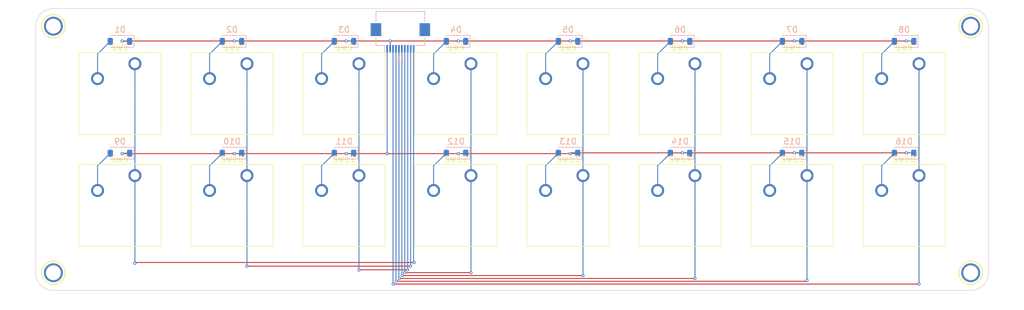
<source format=kicad_pcb>
(kicad_pcb (version 20221018) (generator pcbnew)
  (layers (0 "F.Cu" signal) (31 "B.Cu" signal) (34 "B.Paste" user) (35 "F.Paste" user) (36 "B.SilkS" user "B.Silkscreen") (37 "F.SilkS" user "F.Silkscreen") (38 "B.Mask" user) (39 "F.Mask" user) (44 "Edge.Cuts" user))
  (net 0 "")
  (net 1 "/ROW_1")
  (net 2 "Net-(D1-A)")
  (net 3 "Net-(D2-A)")
  (net 4 "Net-(D3-A)")
  (net 5 "Net-(D4-A)")
  (net 6 "Net-(D5-A)")
  (net 7 "Net-(D6-A)")
  (net 8 "Net-(D7-A)")
  (net 9 "Net-(D8-A)")
  (net 10 "/ROW_2")
  (net 11 "Net-(D9-A)")
  (net 12 "Net-(D10-A)")
  (net 13 "Net-(D11-A)")
  (net 14 "Net-(D12-A)")
  (net 15 "Net-(D13-A)")
  (net 16 "Net-(D14-A)")
  (net 17 "Net-(D15-A)")
  (net 18 "Net-(D16-A)")
  (net 19 "/COL_8")
  (net 20 "/COL_9")
  (net 21 "/COL_10")
  (net 22 "/COL_11")
  (net 23 "/COL_12")
  (net 24 "/COL_13")
  (net 25 "/COL_14")
  (net 26 "/COL15")
  (footprint "Button_Switch_Keyboard:SW_Cherry_MX_1.00u_PCB" (layer "F.Cu") (at 139.7 73.66)
    (fp_text reference "SW13" (at -2.54 -2.794) (layer "F.SilkS"))
    (fp_text value "~")
    (fp_line (start -9.525 -1.905) (end 4.445 -1.905) (stroke (width 0.12)) (layer "F.SilkS"))
    (fp_line (start -9.525 12.065) (end -9.525 -1.905) (stroke (width 0.12)) (layer "F.SilkS"))
    (fp_line (start 4.445 -1.905) (end 4.445 12.065) (stroke (width 0.12)) (layer "F.SilkS"))
    (fp_line (start 4.445 12.065) (end -9.525 12.065) (stroke (width 0.12)) (layer "F.SilkS"))
    (pad "" np_thru_hole circle (at -7.62 5.08) (size 1.7 1.7) (drill 1.7) (layers "*.Cu" "*.Mask"))
    (pad "" np_thru_hole circle (at -2.54 5.08) (size 4 4) (drill 4) (layers "*.Cu" "*.Mask"))
    (pad "" np_thru_hole circle (at 2.54 5.08) (size 1.7 1.7) (drill 1.7) (layers "*.Cu" "*.Mask"))
    (pad "1" thru_hole circle (at 0 0) (size 2.2 2.2) (drill 1.5) (layers "*.Cu" "*.Mask") (net 23 "/COL_12"))
    (pad "2" thru_hole circle (at -6.35 2.54) (size 2.2 2.2) (drill 1.5) (layers "*.Cu" "*.Mask") (net 15 "Net-(D13-A)"))
  )
  (footprint "MPP_MountingHole:MountingHole_M2.5" (layer "F.Cu") (at 205.635 48.215)
    (fp_text reference "H2" hide)
    (fp_text value "MountingHole_Pad_M2.5")
    (fp_circle (center 0 0) (end 2 0) (stroke (width 0.2032)) (fill none) (layer "F.SilkS"))
    (pad "MP" thru_hole circle (at 0 0) (size 3.2 3.2) (drill 2.54) (layers "*.Cu" "*.Mask"))
  )
  (footprint "Button_Switch_Keyboard:SW_Cherry_MX_1.00u_PCB" (layer "F.Cu") (at 120.65 73.66)
    (fp_text reference "SW12" (at -2.54 -2.794) (layer "F.SilkS"))
    (fp_text value "~")
    (fp_line (start -9.525 -1.905) (end 4.445 -1.905) (stroke (width 0.12)) (layer "F.SilkS"))
    (fp_line (start -9.525 12.065) (end -9.525 -1.905) (stroke (width 0.12)) (layer "F.SilkS"))
    (fp_line (start 4.445 -1.905) (end 4.445 12.065) (stroke (width 0.12)) (layer "F.SilkS"))
    (fp_line (start 4.445 12.065) (end -9.525 12.065) (stroke (width 0.12)) (layer "F.SilkS"))
    (pad "" np_thru_hole circle (at -7.62 5.08) (size 1.7 1.7) (drill 1.7) (layers "*.Cu" "*.Mask"))
    (pad "" np_thru_hole circle (at -2.54 5.08) (size 4 4) (drill 4) (layers "*.Cu" "*.Mask"))
    (pad "" np_thru_hole circle (at 2.54 5.08) (size 1.7 1.7) (drill 1.7) (layers "*.Cu" "*.Mask"))
    (pad "1" thru_hole circle (at 0 0) (size 2.2 2.2) (drill 1.5) (layers "*.Cu" "*.Mask") (net 22 "/COL_11"))
    (pad "2" thru_hole circle (at -6.35 2.54) (size 2.2 2.2) (drill 1.5) (layers "*.Cu" "*.Mask") (net 14 "Net-(D12-A)"))
  )
  (footprint "Button_Switch_Keyboard:SW_Cherry_MX_1.00u_PCB" (layer "F.Cu") (at 177.8 73.66)
    (fp_text reference "SW15" (at -2.54 -2.794) (layer "F.SilkS"))
    (fp_text value "~")
    (fp_line (start -9.525 -1.905) (end 4.445 -1.905) (stroke (width 0.12)) (layer "F.SilkS"))
    (fp_line (start -9.525 12.065) (end -9.525 -1.905) (stroke (width 0.12)) (layer "F.SilkS"))
    (fp_line (start 4.445 -1.905) (end 4.445 12.065) (stroke (width 0.12)) (layer "F.SilkS"))
    (fp_line (start 4.445 12.065) (end -9.525 12.065) (stroke (width 0.12)) (layer "F.SilkS"))
    (pad "" np_thru_hole circle (at -7.62 5.08) (size 1.7 1.7) (drill 1.7) (layers "*.Cu" "*.Mask"))
    (pad "" np_thru_hole circle (at -2.54 5.08) (size 4 4) (drill 4) (layers "*.Cu" "*.Mask"))
    (pad "" np_thru_hole circle (at 2.54 5.08) (size 1.7 1.7) (drill 1.7) (layers "*.Cu" "*.Mask"))
    (pad "1" thru_hole circle (at 0 0) (size 2.2 2.2) (drill 1.5) (layers "*.Cu" "*.Mask") (net 25 "/COL_14"))
    (pad "2" thru_hole circle (at -6.35 2.54) (size 2.2 2.2) (drill 1.5) (layers "*.Cu" "*.Mask") (net 17 "Net-(D15-A)"))
  )
  (footprint "Button_Switch_Keyboard:SW_Cherry_MX_1.00u_PCB" (layer "F.Cu") (at 82.55 54.61)
    (fp_text reference "SW2" (at -2.54 -2.794) (layer "F.SilkS"))
    (fp_text value "~")
    (fp_line (start -9.525 -1.905) (end 4.445 -1.905) (stroke (width 0.12)) (layer "F.SilkS"))
    (fp_line (start -9.525 12.065) (end -9.525 -1.905) (stroke (width 0.12)) (layer "F.SilkS"))
    (fp_line (start 4.445 -1.905) (end 4.445 12.065) (stroke (width 0.12)) (layer "F.SilkS"))
    (fp_line (start 4.445 12.065) (end -9.525 12.065) (stroke (width 0.12)) (layer "F.SilkS"))
    (pad "" np_thru_hole circle (at -7.62 5.08) (size 1.7 1.7) (drill 1.7) (layers "*.Cu" "*.Mask"))
    (pad "" np_thru_hole circle (at -2.54 5.08) (size 4 4) (drill 4) (layers "*.Cu" "*.Mask"))
    (pad "" np_thru_hole circle (at 2.54 5.08) (size 1.7 1.7) (drill 1.7) (layers "*.Cu" "*.Mask"))
    (pad "1" thru_hole circle (at 0 0) (size 2.2 2.2) (drill 1.5) (layers "*.Cu" "*.Mask") (net 20 "/COL_9"))
    (pad "2" thru_hole circle (at -6.35 2.54) (size 2.2 2.2) (drill 1.5) (layers "*.Cu" "*.Mask") (net 3 "Net-(D2-A)"))
  )
  (footprint "MPP_MountingHole:MountingHole_M2.5" (layer "F.Cu") (at 49.635 90.215)
    (fp_text reference "H3" hide)
    (fp_text value "MountingHole_Pad_M2.5")
    (fp_circle (center 0 0) (end 2 0) (stroke (width 0.2032)) (fill none) (layer "F.SilkS"))
    (pad "MP" thru_hole circle (at 0 0) (size 3.2 3.2) (drill 2.54) (layers "*.Cu" "*.Mask"))
  )
  (footprint "Button_Switch_Keyboard:SW_Cherry_MX_1.00u_PCB" (layer "F.Cu") (at 139.7 54.61)
    (fp_text reference "SW5" (at -2.54 -2.794) (layer "F.SilkS"))
    (fp_text value "~")
    (fp_line (start -9.525 -1.905) (end 4.445 -1.905) (stroke (width 0.12)) (layer "F.SilkS"))
    (fp_line (start -9.525 12.065) (end -9.525 -1.905) (stroke (width 0.12)) (layer "F.SilkS"))
    (fp_line (start 4.445 -1.905) (end 4.445 12.065) (stroke (width 0.12)) (layer "F.SilkS"))
    (fp_line (start 4.445 12.065) (end -9.525 12.065) (stroke (width 0.12)) (layer "F.SilkS"))
    (pad "" np_thru_hole circle (at -7.62 5.08) (size 1.7 1.7) (drill 1.7) (layers "*.Cu" "*.Mask"))
    (pad "" np_thru_hole circle (at -2.54 5.08) (size 4 4) (drill 4) (layers "*.Cu" "*.Mask"))
    (pad "" np_thru_hole circle (at 2.54 5.08) (size 1.7 1.7) (drill 1.7) (layers "*.Cu" "*.Mask"))
    (pad "1" thru_hole circle (at 0 0) (size 2.2 2.2) (drill 1.5) (layers "*.Cu" "*.Mask") (net 23 "/COL_12"))
    (pad "2" thru_hole circle (at -6.35 2.54) (size 2.2 2.2) (drill 1.5) (layers "*.Cu" "*.Mask") (net 6 "Net-(D5-A)"))
  )
  (footprint "Button_Switch_Keyboard:SW_Cherry_MX_1.00u_PCB" (layer "F.Cu") (at 63.5 54.61)
    (fp_text reference "SW1" (at -2.54 -2.794) (layer "F.SilkS"))
    (fp_text value "~")
    (fp_line (start -9.525 -1.905) (end 4.445 -1.905) (stroke (width 0.12)) (layer "F.SilkS"))
    (fp_line (start -9.525 12.065) (end -9.525 -1.905) (stroke (width 0.12)) (layer "F.SilkS"))
    (fp_line (start 4.445 -1.905) (end 4.445 12.065) (stroke (width 0.12)) (layer "F.SilkS"))
    (fp_line (start 4.445 12.065) (end -9.525 12.065) (stroke (width 0.12)) (layer "F.SilkS"))
    (pad "" np_thru_hole circle (at -7.62 5.08) (size 1.7 1.7) (drill 1.7) (layers "*.Cu" "*.Mask"))
    (pad "" np_thru_hole circle (at -2.54 5.08) (size 4 4) (drill 4) (layers "*.Cu" "*.Mask"))
    (pad "" np_thru_hole circle (at 2.54 5.08) (size 1.7 1.7) (drill 1.7) (layers "*.Cu" "*.Mask"))
    (pad "1" thru_hole circle (at 0 0) (size 2.2 2.2) (drill 1.5) (layers "*.Cu" "*.Mask") (net 19 "/COL_8"))
    (pad "2" thru_hole circle (at -6.35 2.54) (size 2.2 2.2) (drill 1.5) (layers "*.Cu" "*.Mask") (net 2 "Net-(D1-A)"))
  )
  (footprint "Button_Switch_Keyboard:SW_Cherry_MX_1.00u_PCB" (layer "F.Cu") (at 177.8 54.61)
    (fp_text reference "SW7" (at -2.54 -2.794) (layer "F.SilkS"))
    (fp_text value "~")
    (fp_line (start -9.525 -1.905) (end 4.445 -1.905) (stroke (width 0.12)) (layer "F.SilkS"))
    (fp_line (start -9.525 12.065) (end -9.525 -1.905) (stroke (width 0.12)) (layer "F.SilkS"))
    (fp_line (start 4.445 -1.905) (end 4.445 12.065) (stroke (width 0.12)) (layer "F.SilkS"))
    (fp_line (start 4.445 12.065) (end -9.525 12.065) (stroke (width 0.12)) (layer "F.SilkS"))
    (pad "" np_thru_hole circle (at -7.62 5.08) (size 1.7 1.7) (drill 1.7) (layers "*.Cu" "*.Mask"))
    (pad "" np_thru_hole circle (at -2.54 5.08) (size 4 4) (drill 4) (layers "*.Cu" "*.Mask"))
    (pad "" np_thru_hole circle (at 2.54 5.08) (size 1.7 1.7) (drill 1.7) (layers "*.Cu" "*.Mask"))
    (pad "1" thru_hole circle (at 0 0) (size 2.2 2.2) (drill 1.5) (layers "*.Cu" "*.Mask") (net 25 "/COL_14"))
    (pad "2" thru_hole circle (at -6.35 2.54) (size 2.2 2.2) (drill 1.5) (layers "*.Cu" "*.Mask") (net 8 "Net-(D7-A)"))
  )
  (footprint "Button_Switch_Keyboard:SW_Cherry_MX_1.00u_PCB" (layer "F.Cu") (at 158.75 73.66)
    (fp_text reference "SW14" (at -2.54 -2.794) (layer "F.SilkS"))
    (fp_text value "~")
    (fp_line (start -9.525 -1.905) (end 4.445 -1.905) (stroke (width 0.12)) (layer "F.SilkS"))
    (fp_line (start -9.525 12.065) (end -9.525 -1.905) (stroke (width 0.12)) (layer "F.SilkS"))
    (fp_line (start 4.445 -1.905) (end 4.445 12.065) (stroke (width 0.12)) (layer "F.SilkS"))
    (fp_line (start 4.445 12.065) (end -9.525 12.065) (stroke (width 0.12)) (layer "F.SilkS"))
    (pad "" np_thru_hole circle (at -7.62 5.08) (size 1.7 1.7) (drill 1.7) (layers "*.Cu" "*.Mask"))
    (pad "" np_thru_hole circle (at -2.54 5.08) (size 4 4) (drill 4) (layers "*.Cu" "*.Mask"))
    (pad "" np_thru_hole circle (at 2.54 5.08) (size 1.7 1.7) (drill 1.7) (layers "*.Cu" "*.Mask"))
    (pad "1" thru_hole circle (at 0 0) (size 2.2 2.2) (drill 1.5) (layers "*.Cu" "*.Mask") (net 24 "/COL_13"))
    (pad "2" thru_hole circle (at -6.35 2.54) (size 2.2 2.2) (drill 1.5) (layers "*.Cu" "*.Mask") (net 16 "Net-(D14-A)"))
  )
  (footprint "Button_Switch_Keyboard:SW_Cherry_MX_1.00u_PCB" (layer "F.Cu") (at 101.6 54.61)
    (fp_text reference "SW3" (at -2.54 -2.794) (layer "F.SilkS"))
    (fp_text value "~")
    (fp_line (start -9.525 -1.905) (end 4.445 -1.905) (stroke (width 0.12)) (layer "F.SilkS"))
    (fp_line (start -9.525 12.065) (end -9.525 -1.905) (stroke (width 0.12)) (layer "F.SilkS"))
    (fp_line (start 4.445 -1.905) (end 4.445 12.065) (stroke (width 0.12)) (layer "F.SilkS"))
    (fp_line (start 4.445 12.065) (end -9.525 12.065) (stroke (width 0.12)) (layer "F.SilkS"))
    (pad "" np_thru_hole circle (at -7.62 5.08) (size 1.7 1.7) (drill 1.7) (layers "*.Cu" "*.Mask"))
    (pad "" np_thru_hole circle (at -2.54 5.08) (size 4 4) (drill 4) (layers "*.Cu" "*.Mask"))
    (pad "" np_thru_hole circle (at 2.54 5.08) (size 1.7 1.7) (drill 1.7) (layers "*.Cu" "*.Mask"))
    (pad "1" thru_hole circle (at 0 0) (size 2.2 2.2) (drill 1.5) (layers "*.Cu" "*.Mask") (net 21 "/COL_10"))
    (pad "2" thru_hole circle (at -6.35 2.54) (size 2.2 2.2) (drill 1.5) (layers "*.Cu" "*.Mask") (net 4 "Net-(D3-A)"))
  )
  (footprint "Button_Switch_Keyboard:SW_Cherry_MX_1.00u_PCB" (layer "F.Cu") (at 82.55 73.66)
    (fp_text reference "SW10" (at -2.54 -2.794) (layer "F.SilkS"))
    (fp_text value "~")
    (fp_line (start -9.525 -1.905) (end 4.445 -1.905) (stroke (width 0.12)) (layer "F.SilkS"))
    (fp_line (start -9.525 12.065) (end -9.525 -1.905) (stroke (width 0.12)) (layer "F.SilkS"))
    (fp_line (start 4.445 -1.905) (end 4.445 12.065) (stroke (width 0.12)) (layer "F.SilkS"))
    (fp_line (start 4.445 12.065) (end -9.525 12.065) (stroke (width 0.12)) (layer "F.SilkS"))
    (pad "" np_thru_hole circle (at -7.62 5.08) (size 1.7 1.7) (drill 1.7) (layers "*.Cu" "*.Mask"))
    (pad "" np_thru_hole circle (at -2.54 5.08) (size 4 4) (drill 4) (layers "*.Cu" "*.Mask"))
    (pad "" np_thru_hole circle (at 2.54 5.08) (size 1.7 1.7) (drill 1.7) (layers "*.Cu" "*.Mask"))
    (pad "1" thru_hole circle (at 0 0) (size 2.2 2.2) (drill 1.5) (layers "*.Cu" "*.Mask") (net 20 "/COL_9"))
    (pad "2" thru_hole circle (at -6.35 2.54) (size 2.2 2.2) (drill 1.5) (layers "*.Cu" "*.Mask") (net 12 "Net-(D10-A)"))
  )
  (footprint "Button_Switch_Keyboard:SW_Cherry_MX_1.00u_PCB" (layer "F.Cu") (at 63.5 73.66)
    (fp_text reference "SW9" (at -2.54 -2.794) (layer "F.SilkS"))
    (fp_text value "~")
    (fp_line (start -9.525 -1.905) (end 4.445 -1.905) (stroke (width 0.12)) (layer "F.SilkS"))
    (fp_line (start -9.525 12.065) (end -9.525 -1.905) (stroke (width 0.12)) (layer "F.SilkS"))
    (fp_line (start 4.445 -1.905) (end 4.445 12.065) (stroke (width 0.12)) (layer "F.SilkS"))
    (fp_line (start 4.445 12.065) (end -9.525 12.065) (stroke (width 0.12)) (layer "F.SilkS"))
    (pad "" np_thru_hole circle (at -7.62 5.08) (size 1.7 1.7) (drill 1.7) (layers "*.Cu" "*.Mask"))
    (pad "" np_thru_hole circle (at -2.54 5.08) (size 4 4) (drill 4) (layers "*.Cu" "*.Mask"))
    (pad "" np_thru_hole circle (at 2.54 5.08) (size 1.7 1.7) (drill 1.7) (layers "*.Cu" "*.Mask"))
    (pad "1" thru_hole circle (at 0 0) (size 2.2 2.2) (drill 1.5) (layers "*.Cu" "*.Mask") (net 19 "/COL_8"))
    (pad "2" thru_hole circle (at -6.35 2.54) (size 2.2 2.2) (drill 1.5) (layers "*.Cu" "*.Mask") (net 11 "Net-(D9-A)"))
  )
  (footprint "Button_Switch_Keyboard:SW_Cherry_MX_1.00u_PCB" (layer "F.Cu") (at 196.85 54.61)
    (fp_text reference "SW8" (at -2.54 -2.794) (layer "F.SilkS"))
    (fp_text value "~")
    (fp_line (start -9.525 -1.905) (end 4.445 -1.905) (stroke (width 0.12)) (layer "F.SilkS"))
    (fp_line (start -9.525 12.065) (end -9.525 -1.905) (stroke (width 0.12)) (layer "F.SilkS"))
    (fp_line (start 4.445 -1.905) (end 4.445 12.065) (stroke (width 0.12)) (layer "F.SilkS"))
    (fp_line (start 4.445 12.065) (end -9.525 12.065) (stroke (width 0.12)) (layer "F.SilkS"))
    (pad "" np_thru_hole circle (at -7.62 5.08) (size 1.7 1.7) (drill 1.7) (layers "*.Cu" "*.Mask"))
    (pad "" np_thru_hole circle (at -2.54 5.08) (size 4 4) (drill 4) (layers "*.Cu" "*.Mask"))
    (pad "" np_thru_hole circle (at 2.54 5.08) (size 1.7 1.7) (drill 1.7) (layers "*.Cu" "*.Mask"))
    (pad "1" thru_hole circle (at 0 0) (size 2.2 2.2) (drill 1.5) (layers "*.Cu" "*.Mask") (net 26 "/COL15"))
    (pad "2" thru_hole circle (at -6.35 2.54) (size 2.2 2.2) (drill 1.5) (layers "*.Cu" "*.Mask") (net 9 "Net-(D8-A)"))
  )
  (footprint "MPP_MountingHole:MountingHole_M2.5" (layer "F.Cu") (at 49.635 48.215)
    (fp_text reference "H1" hide)
    (fp_text value "MountingHole_Pad_M2.5")
    (fp_circle (center 0 0) (end 2 0) (stroke (width 0.2032)) (fill none) (layer "F.SilkS"))
    (pad "MP" thru_hole circle (at 0 0) (size 3.2 3.2) (drill 2.54) (layers "*.Cu" "*.Mask"))
  )
  (footprint "Button_Switch_Keyboard:SW_Cherry_MX_1.00u_PCB" (layer "F.Cu") (at 196.85 73.66)
    (fp_text reference "SW16" (at -2.54 -2.794) (layer "F.SilkS"))
    (fp_text value "~")
    (fp_line (start -9.525 -1.905) (end 4.445 -1.905) (stroke (width 0.12)) (layer "F.SilkS"))
    (fp_line (start -9.525 12.065) (end -9.525 -1.905) (stroke (width 0.12)) (layer "F.SilkS"))
    (fp_line (start 4.445 -1.905) (end 4.445 12.065) (stroke (width 0.12)) (layer "F.SilkS"))
    (fp_line (start 4.445 12.065) (end -9.525 12.065) (stroke (width 0.12)) (layer "F.SilkS"))
    (pad "" np_thru_hole circle (at -7.62 5.08) (size 1.7 1.7) (drill 1.7) (layers "*.Cu" "*.Mask"))
    (pad "" np_thru_hole circle (at -2.54 5.08) (size 4 4) (drill 4) (layers "*.Cu" "*.Mask"))
    (pad "" np_thru_hole circle (at 2.54 5.08) (size 1.7 1.7) (drill 1.7) (layers "*.Cu" "*.Mask"))
    (pad "1" thru_hole circle (at 0 0) (size 2.2 2.2) (drill 1.5) (layers "*.Cu" "*.Mask") (net 26 "/COL15"))
    (pad "2" thru_hole circle (at -6.35 2.54) (size 2.2 2.2) (drill 1.5) (layers "*.Cu" "*.Mask") (net 18 "Net-(D16-A)"))
  )
  (footprint "Button_Switch_Keyboard:SW_Cherry_MX_1.00u_PCB" (layer "F.Cu") (at 101.6 73.66)
    (fp_text reference "SW11" (at -2.54 -2.794) (layer "F.SilkS"))
    (fp_text value "~")
    (fp_line (start -9.525 -1.905) (end 4.445 -1.905) (stroke (width 0.12)) (layer "F.SilkS"))
    (fp_line (start -9.525 12.065) (end -9.525 -1.905) (stroke (width 0.12)) (layer "F.SilkS"))
    (fp_line (start 4.445 -1.905) (end 4.445 12.065) (stroke (width 0.12)) (layer "F.SilkS"))
    (fp_line (start 4.445 12.065) (end -9.525 12.065) (stroke (width 0.12)) (layer "F.SilkS"))
    (pad "" np_thru_hole circle (at -7.62 5.08) (size 1.7 1.7) (drill 1.7) (layers "*.Cu" "*.Mask"))
    (pad "" np_thru_hole circle (at -2.54 5.08) (size 4 4) (drill 4) (layers "*.Cu" "*.Mask"))
    (pad "" np_thru_hole circle (at 2.54 5.08) (size 1.7 1.7) (drill 1.7) (layers "*.Cu" "*.Mask"))
    (pad "1" thru_hole circle (at 0 0) (size 2.2 2.2) (drill 1.5) (layers "*.Cu" "*.Mask") (net 21 "/COL_10"))
    (pad "2" thru_hole circle (at -6.35 2.54) (size 2.2 2.2) (drill 1.5) (layers "*.Cu" "*.Mask") (net 13 "Net-(D11-A)"))
  )
  (footprint "Button_Switch_Keyboard:SW_Cherry_MX_1.00u_PCB" (layer "F.Cu") (at 158.75 54.61)
    (fp_text reference "SW6" (at -2.54 -2.794) (layer "F.SilkS"))
    (fp_text value "~")
    (fp_line (start -9.525 -1.905) (end 4.445 -1.905) (stroke (width 0.12)) (layer "F.SilkS"))
    (fp_line (start -9.525 12.065) (end -9.525 -1.905) (stroke (width 0.12)) (layer "F.SilkS"))
    (fp_line (start 4.445 -1.905) (end 4.445 12.065) (stroke (width 0.12)) (layer "F.SilkS"))
    (fp_line (start 4.445 12.065) (end -9.525 12.065) (stroke (width 0.12)) (layer "F.SilkS"))
    (pad "" np_thru_hole circle (at -7.62 5.08) (size 1.7 1.7) (drill 1.7) (layers "*.Cu" "*.Mask"))
    (pad "" np_thru_hole circle (at -2.54 5.08) (size 4 4) (drill 4) (layers "*.Cu" "*.Mask"))
    (pad "" np_thru_hole circle (at 2.54 5.08) (size 1.7 1.7) (drill 1.7) (layers "*.Cu" "*.Mask"))
    (pad "1" thru_hole circle (at 0 0) (size 2.2 2.2) (drill 1.5) (layers "*.Cu" "*.Mask") (net 24 "/COL_13"))
    (pad "2" thru_hole circle (at -6.35 2.54) (size 2.2 2.2) (drill 1.5) (layers "*.Cu" "*.Mask") (net 7 "Net-(D6-A)"))
  )
  (footprint "MPP_MountingHole:MountingHole_M2.5" (layer "F.Cu") (at 205.635 90.215)
    (fp_text reference "H4" hide)
    (fp_text value "MountingHole_Pad_M2.5")
    (fp_circle (center 0 0) (end 2 0) (stroke (width 0.2032)) (fill none) (layer "F.SilkS"))
    (pad "MP" thru_hole circle (at 0 0) (size 3.2 3.2) (drill 2.54) (layers "*.Cu" "*.Mask"))
  )
  (footprint "Button_Switch_Keyboard:SW_Cherry_MX_1.00u_PCB" (layer "F.Cu") (at 120.65 54.61)
    (fp_text reference "SW4" (at -2.54 -2.794) (layer "F.SilkS"))
    (fp_text value "~")
    (fp_line (start -9.525 -1.905) (end 4.445 -1.905) (stroke (width 0.12)) (layer "F.SilkS"))
    (fp_line (start -9.525 12.065) (end -9.525 -1.905) (stroke (width 0.12)) (layer "F.SilkS"))
    (fp_line (start 4.445 -1.905) (end 4.445 12.065) (stroke (width 0.12)) (layer "F.SilkS"))
    (fp_line (start 4.445 12.065) (end -9.525 12.065) (stroke (width 0.12)) (layer "F.SilkS"))
    (pad "" np_thru_hole circle (at -7.62 5.08) (size 1.7 1.7) (drill 1.7) (layers "*.Cu" "*.Mask"))
    (pad "" np_thru_hole circle (at -2.54 5.08) (size 4 4) (drill 4) (layers "*.Cu" "*.Mask"))
    (pad "" np_thru_hole circle (at 2.54 5.08) (size 1.7 1.7) (drill 1.7) (layers "*.Cu" "*.Mask"))
    (pad "1" thru_hole circle (at 0 0) (size 2.2 2.2) (drill 1.5) (layers "*.Cu" "*.Mask") (net 22 "/COL_11"))
    (pad "2" thru_hole circle (at -6.35 2.54) (size 2.2 2.2) (drill 1.5) (layers "*.Cu" "*.Mask") (net 5 "Net-(D4-A)"))
  )
  (footprint "Diode_SMD:D_SOD-123" (layer "B.Cu") (at 60.96 50.8 180)
    (fp_text reference "D1" (at 0 2) (layer "B.SilkS") (effects (justify mirror)))
    (fp_text value "D_Small_Filled")
    (fp_line (start -2.36 -1) (end 1.65 -1) (stroke (width 0.12)) (layer "B.SilkS"))
    (fp_line (start -2.36 1) (end -2.36 -1) (stroke (width 0.12)) (layer "B.SilkS"))
    (fp_line (start -2.36 1) (end 1.65 1) (stroke (width 0.12)) (layer "B.SilkS"))
    (pad "1" smd roundrect (at -1.65 0 180) (size 0.9 1.2) (layers "B.Cu" "B.Paste" "B.Mask") (net 1 "/ROW_1"))
    (pad "2" smd roundrect (at 1.65 0 180) (size 0.9 1.2) (layers "B.Cu" "B.Paste" "B.Mask") (net 2 "Net-(D1-A)"))
  )
  (footprint "Diode_SMD:D_SOD-123" (layer "B.Cu") (at 175.26 50.8 180)
    (fp_text reference "D7" (at 0 2) (layer "B.SilkS") (effects (justify mirror)))
    (fp_text value "D_Small_Filled")
    (fp_line (start -2.36 -1) (end 1.65 -1) (stroke (width 0.12)) (layer "B.SilkS"))
    (fp_line (start -2.36 1) (end -2.36 -1) (stroke (width 0.12)) (layer "B.SilkS"))
    (fp_line (start -2.36 1) (end 1.65 1) (stroke (width 0.12)) (layer "B.SilkS"))
    (pad "1" smd roundrect (at -1.65 0 180) (size 0.9 1.2) (layers "B.Cu" "B.Paste" "B.Mask") (net 1 "/ROW_1"))
    (pad "2" smd roundrect (at 1.65 0 180) (size 0.9 1.2) (layers "B.Cu" "B.Paste" "B.Mask") (net 8 "Net-(D7-A)"))
  )
  (footprint "Diode_SMD:D_SOD-123" (layer "B.Cu") (at 137.16 50.8 180)
    (fp_text reference "D5" (at 0 2) (layer "B.SilkS") (effects (justify mirror)))
    (fp_text value "D_Small_Filled")
    (fp_line (start -2.36 -1) (end 1.65 -1) (stroke (width 0.12)) (layer "B.SilkS"))
    (fp_line (start -2.36 1) (end -2.36 -1) (stroke (width 0.12)) (layer "B.SilkS"))
    (fp_line (start -2.36 1) (end 1.65 1) (stroke (width 0.12)) (layer "B.SilkS"))
    (pad "1" smd roundrect (at -1.65 0 180) (size 0.9 1.2) (layers "B.Cu" "B.Paste" "B.Mask") (net 1 "/ROW_1"))
    (pad "2" smd roundrect (at 1.65 0 180) (size 0.9 1.2) (layers "B.Cu" "B.Paste" "B.Mask") (net 6 "Net-(D5-A)"))
  )
  (footprint "Diode_SMD:D_SOD-123" (layer "B.Cu") (at 99.06 69.85 180)
    (fp_text reference "D11" (at 0 2) (layer "B.SilkS") (effects (justify mirror)))
    (fp_text value "D_Small_Filled")
    (fp_line (start -2.36 -1) (end 1.65 -1) (stroke (width 0.12)) (layer "B.SilkS"))
    (fp_line (start -2.36 1) (end -2.36 -1) (stroke (width 0.12)) (layer "B.SilkS"))
    (fp_line (start -2.36 1) (end 1.65 1) (stroke (width 0.12)) (layer "B.SilkS"))
    (pad "1" smd roundrect (at -1.65 0 180) (size 0.9 1.2) (layers "B.Cu" "B.Paste" "B.Mask") (net 10 "/ROW_2"))
    (pad "2" smd roundrect (at 1.65 0 180) (size 0.9 1.2) (layers "B.Cu" "B.Paste" "B.Mask") (net 13 "Net-(D11-A)"))
  )
  (footprint "Diode_SMD:D_SOD-123" (layer "B.Cu") (at 156.21 69.85 180)
    (fp_text reference "D14" (at 0 2) (layer "B.SilkS") (effects (justify mirror)))
    (fp_text value "D_Small_Filled")
    (fp_line (start -2.36 -1) (end 1.65 -1) (stroke (width 0.12)) (layer "B.SilkS"))
    (fp_line (start -2.36 1) (end -2.36 -1) (stroke (width 0.12)) (layer "B.SilkS"))
    (fp_line (start -2.36 1) (end 1.65 1) (stroke (width 0.12)) (layer "B.SilkS"))
    (pad "1" smd roundrect (at -1.65 0 180) (size 0.9 1.2) (layers "B.Cu" "B.Paste" "B.Mask") (net 10 "/ROW_2"))
    (pad "2" smd roundrect (at 1.65 0 180) (size 0.9 1.2) (layers "B.Cu" "B.Paste" "B.Mask") (net 16 "Net-(D14-A)"))
  )
  (footprint "Diode_SMD:D_SOD-123" (layer "B.Cu") (at 137.16 69.85 180)
    (fp_text reference "D13" (at 0 2) (layer "B.SilkS") (effects (justify mirror)))
    (fp_text value "D_Small_Filled")
    (fp_line (start -2.36 -1) (end 1.65 -1) (stroke (width 0.12)) (layer "B.SilkS"))
    (fp_line (start -2.36 1) (end -2.36 -1) (stroke (width 0.12)) (layer "B.SilkS"))
    (fp_line (start -2.36 1) (end 1.65 1) (stroke (width 0.12)) (layer "B.SilkS"))
    (pad "1" smd roundrect (at -1.65 0 180) (size 0.9 1.2) (layers "B.Cu" "B.Paste" "B.Mask") (net 10 "/ROW_2"))
    (pad "2" smd roundrect (at 1.65 0 180) (size 0.9 1.2) (layers "B.Cu" "B.Paste" "B.Mask") (net 15 "Net-(D13-A)"))
  )
  (footprint "Diode_SMD:D_SOD-123" (layer "B.Cu") (at 175.26 69.85 180)
    (fp_text reference "D15" (at 0 2) (layer "B.SilkS") (effects (justify mirror)))
    (fp_text value "D_Small_Filled")
    (fp_line (start -2.36 -1) (end 1.65 -1) (stroke (width 0.12)) (layer "B.SilkS"))
    (fp_line (start -2.36 1) (end -2.36 -1) (stroke (width 0.12)) (layer "B.SilkS"))
    (fp_line (start -2.36 1) (end 1.65 1) (stroke (width 0.12)) (layer "B.SilkS"))
    (pad "1" smd roundrect (at -1.65 0 180) (size 0.9 1.2) (layers "B.Cu" "B.Paste" "B.Mask") (net 10 "/ROW_2"))
    (pad "2" smd roundrect (at 1.65 0 180) (size 0.9 1.2) (layers "B.Cu" "B.Paste" "B.Mask") (net 17 "Net-(D15-A)"))
  )
  (footprint "Diode_SMD:D_SOD-123" (layer "B.Cu") (at 194.31 50.8 180)
    (fp_text reference "D8" (at 0 2) (layer "B.SilkS") (effects (justify mirror)))
    (fp_text value "D_Small_Filled")
    (fp_line (start -2.36 -1) (end 1.65 -1) (stroke (width 0.12)) (layer "B.SilkS"))
    (fp_line (start -2.36 1) (end -2.36 -1) (stroke (width 0.12)) (layer "B.SilkS"))
    (fp_line (start -2.36 1) (end 1.65 1) (stroke (width 0.12)) (layer "B.SilkS"))
    (pad "1" smd roundrect (at -1.65 0 180) (size 0.9 1.2) (layers "B.Cu" "B.Paste" "B.Mask") (net 1 "/ROW_1"))
    (pad "2" smd roundrect (at 1.65 0 180) (size 0.9 1.2) (layers "B.Cu" "B.Paste" "B.Mask") (net 9 "Net-(D8-A)"))
  )
  (footprint "Diode_SMD:D_SOD-123" (layer "B.Cu") (at 118.11 69.85 180)
    (fp_text reference "D12" (at 0 2) (layer "B.SilkS") (effects (justify mirror)))
    (fp_text value "D_Small_Filled")
    (fp_line (start -2.36 -1) (end 1.65 -1) (stroke (width 0.12)) (layer "B.SilkS"))
    (fp_line (start -2.36 1) (end -2.36 -1) (stroke (width 0.12)) (layer "B.SilkS"))
    (fp_line (start -2.36 1) (end 1.65 1) (stroke (width 0.12)) (layer "B.SilkS"))
    (pad "1" smd roundrect (at -1.65 0 180) (size 0.9 1.2) (layers "B.Cu" "B.Paste" "B.Mask") (net 10 "/ROW_2"))
    (pad "2" smd roundrect (at 1.65 0 180) (size 0.9 1.2) (layers "B.Cu" "B.Paste" "B.Mask") (net 14 "Net-(D12-A)"))
  )
  (footprint "Diode_SMD:D_SOD-123" (layer "B.Cu") (at 80.01 50.8 180)
    (fp_text reference "D2" (at 0 2) (layer "B.SilkS") (effects (justify mirror)))
    (fp_text value "D_Small_Filled")
    (fp_line (start -2.36 -1) (end 1.65 -1) (stroke (width 0.12)) (layer "B.SilkS"))
    (fp_line (start -2.36 1) (end -2.36 -1) (stroke (width 0.12)) (layer "B.SilkS"))
    (fp_line (start -2.36 1) (end 1.65 1) (stroke (width 0.12)) (layer "B.SilkS"))
    (pad "1" smd roundrect (at -1.65 0 180) (size 0.9 1.2) (layers "B.Cu" "B.Paste" "B.Mask") (net 1 "/ROW_1"))
    (pad "2" smd roundrect (at 1.65 0 180) (size 0.9 1.2) (layers "B.Cu" "B.Paste" "B.Mask") (net 3 "Net-(D2-A)"))
  )
  (footprint "Connector_FFC-FPC:Hirose_FH12-10S-0.5SH_1x10-1MP_P0.50mm_Horizontal" (layer "B.Cu") (at 108.646314 50.203686)
    (fp_text reference "J1" (at 0 3.7) (layer "B.SilkS") (effects (justify mirror)))
    (fp_text value "Conn_01x10_Socket")
    (fp_line (start -4.15 -4.5) (end 4.15 -4.5) (stroke (width 0.12)) (layer "B.SilkS"))
    (fp_line (start -4.15 -2.76) (end -4.15 -4.5) (stroke (width 0.12)) (layer "B.SilkS"))
    (fp_line (start -4.15 1.3) (end -4.15 -0.04) (stroke (width 0.12)) (layer "B.SilkS"))
    (fp_line (start -2.66 1.3) (end -4.15 1.3) (stroke (width 0.12)) (layer "B.SilkS"))
    (fp_line (start -2.66 1.3) (end -2.66 2.5) (stroke (width 0.12)) (layer "B.SilkS"))
    (fp_line (start 2.66 1.3) (end 4.15 1.3) (stroke (width 0.12)) (layer "B.SilkS"))
    (fp_line (start 4.15 -4.5) (end 4.15 -2.76) (stroke (width 0.12)) (layer "B.SilkS"))
    (fp_line (start 4.15 1.3) (end 4.15 -0.04) (stroke (width 0.12)) (layer "B.SilkS"))
    (pad "1" smd rect (at -2.25 1.85) (size 0.3 1.3) (layers "B.Cu" "B.Paste" "B.Mask") (net 10 "/ROW_2"))
    (pad "2" smd rect (at -1.75 1.85) (size 0.3 1.3) (layers "B.Cu" "B.Paste" "B.Mask") (net 1 "/ROW_1"))
    (pad "3" smd rect (at -1.25 1.85) (size 0.3 1.3) (layers "B.Cu" "B.Paste" "B.Mask") (net 26 "/COL15"))
    (pad "4" smd rect (at -0.75 1.85) (size 0.3 1.3) (layers "B.Cu" "B.Paste" "B.Mask") (net 25 "/COL_14"))
    (pad "5" smd rect (at -0.25 1.85) (size 0.3 1.3) (layers "B.Cu" "B.Paste" "B.Mask") (net 24 "/COL_13"))
    (pad "6" smd rect (at 0.25 1.85) (size 0.3 1.3) (layers "B.Cu" "B.Paste" "B.Mask") (net 23 "/COL_12"))
    (pad "7" smd rect (at 0.75 1.85) (size 0.3 1.3) (layers "B.Cu" "B.Paste" "B.Mask") (net 22 "/COL_11"))
    (pad "8" smd rect (at 1.25 1.85) (size 0.3 1.3) (layers "B.Cu" "B.Paste" "B.Mask") (net 21 "/COL_10"))
    (pad "9" smd rect (at 1.75 1.85) (size 0.3 1.3) (layers "B.Cu" "B.Paste" "B.Mask") (net 20 "/COL_9"))
    (pad "10" smd rect (at 2.25 1.85) (size 0.3 1.3) (layers "B.Cu" "B.Paste" "B.Mask") (net 19 "/COL_8"))
    (pad "MP" smd rect (at -4.15 -1.4) (size 1.8 2.2) (layers "B.Cu" "B.Paste" "B.Mask"))
    (pad "MP" smd rect (at 4.15 -1.4) (size 1.8 2.2) (layers "B.Cu" "B.Paste" "B.Mask"))
  )
  (footprint "Diode_SMD:D_SOD-123" (layer "B.Cu") (at 194.31 69.85 180)
    (fp_text reference "D16" (at 0 2) (layer "B.SilkS") (effects (justify mirror)))
    (fp_text value "D_Small_Filled")
    (fp_line (start -2.36 -1) (end 1.65 -1) (stroke (width 0.12)) (layer "B.SilkS"))
    (fp_line (start -2.36 1) (end -2.36 -1) (stroke (width 0.12)) (layer "B.SilkS"))
    (fp_line (start -2.36 1) (end 1.65 1) (stroke (width 0.12)) (layer "B.SilkS"))
    (pad "1" smd roundrect (at -1.65 0 180) (size 0.9 1.2) (layers "B.Cu" "B.Paste" "B.Mask") (net 10 "/ROW_2"))
    (pad "2" smd roundrect (at 1.65 0 180) (size 0.9 1.2) (layers "B.Cu" "B.Paste" "B.Mask") (net 18 "Net-(D16-A)"))
  )
  (footprint "Diode_SMD:D_SOD-123" (layer "B.Cu") (at 80.01 69.85 180)
    (fp_text reference "D10" (at 0 2) (layer "B.SilkS") (effects (justify mirror)))
    (fp_text value "D_Small_Filled")
    (fp_line (start -2.36 -1) (end 1.65 -1) (stroke (width 0.12)) (layer "B.SilkS"))
    (fp_line (start -2.36 1) (end -2.36 -1) (stroke (width 0.12)) (layer "B.SilkS"))
    (fp_line (start -2.36 1) (end 1.65 1) (stroke (width 0.12)) (layer "B.SilkS"))
    (pad "1" smd roundrect (at -1.65 0 180) (size 0.9 1.2) (layers "B.Cu" "B.Paste" "B.Mask") (net 10 "/ROW_2"))
    (pad "2" smd roundrect (at 1.65 0 180) (size 0.9 1.2) (layers "B.Cu" "B.Paste" "B.Mask") (net 12 "Net-(D10-A)"))
  )
  (footprint "Diode_SMD:D_SOD-123" (layer "B.Cu") (at 118.11 50.8 180)
    (fp_text reference "D4" (at 0 2) (layer "B.SilkS") (effects (justify mirror)))
    (fp_text value "D_Small_Filled")
    (fp_line (start -2.36 -1) (end 1.65 -1) (stroke (width 0.12)) (layer "B.SilkS"))
    (fp_line (start -2.36 1) (end -2.36 -1) (stroke (width 0.12)) (layer "B.SilkS"))
    (fp_line (start -2.36 1) (end 1.65 1) (stroke (width 0.12)) (layer "B.SilkS"))
    (pad "1" smd roundrect (at -1.65 0 180) (size 0.9 1.2) (layers "B.Cu" "B.Paste" "B.Mask") (net 1 "/ROW_1"))
    (pad "2" smd roundrect (at 1.65 0 180) (size 0.9 1.2) (layers "B.Cu" "B.Paste" "B.Mask") (net 5 "Net-(D4-A)"))
  )
  (footprint "Diode_SMD:D_SOD-123" (layer "B.Cu") (at 60.96 69.85 180)
    (fp_text reference "D9" (at 0 2) (layer "B.SilkS") (effects (justify mirror)))
    (fp_text value "D_Small_Filled")
    (fp_line (start -2.36 -1) (end 1.65 -1) (stroke (width 0.12)) (layer "B.SilkS"))
    (fp_line (start -2.36 1) (end -2.36 -1) (stroke (width 0.12)) (layer "B.SilkS"))
    (fp_line (start -2.36 1) (end 1.65 1) (stroke (width 0.12)) (layer "B.SilkS"))
    (pad "1" smd roundrect (at -1.65 0 180) (size 0.9 1.2) (layers "B.Cu" "B.Paste" "B.Mask") (net 10 "/ROW_2"))
    (pad "2" smd roundrect (at 1.65 0 180) (size 0.9 1.2) (layers "B.Cu" "B.Paste" "B.Mask") (net 11 "Net-(D9-A)"))
  )
  (footprint "Diode_SMD:D_SOD-123" (layer "B.Cu") (at 156.21 50.8 180)
    (fp_text reference "D6" (at 0 2) (layer "B.SilkS") (effects (justify mirror)))
    (fp_text value "D_Small_Filled")
    (fp_line (start -2.36 -1) (end 1.65 -1) (stroke (width 0.12)) (layer "B.SilkS"))
    (fp_line (start -2.36 1) (end -2.36 -1) (stroke (width 0.12)) (layer "B.SilkS"))
    (fp_line (start -2.36 1) (end 1.65 1) (stroke (width 0.12)) (layer "B.SilkS"))
    (pad "1" smd roundrect (at -1.65 0 180) (size 0.9 1.2) (layers "B.Cu" "B.Paste" "B.Mask") (net 1 "/ROW_1"))
    (pad "2" smd roundrect (at 1.65 0 180) (size 0.9 1.2) (layers "B.Cu" "B.Paste" "B.Mask") (net 7 "Net-(D6-A)"))
  )
  (footprint "Diode_SMD:D_SOD-123" (layer "B.Cu") (at 99.06 50.8 180)
    (fp_text reference "D3" (at 0 2) (layer "B.SilkS") (effects (justify mirror)))
    (fp_text value "D_Small_Filled")
    (fp_line (start -2.36 -1) (end 1.65 -1) (stroke (width 0.12)) (layer "B.SilkS"))
    (fp_line (start -2.36 1) (end -2.36 -1) (stroke (width 0.12)) (layer "B.SilkS"))
    (fp_line (start -2.36 1) (end 1.65 1) (stroke (width 0.12)) (layer "B.SilkS"))
    (pad "1" smd roundrect (at -1.65 0 180) (size 0.9 1.2) (layers "B.Cu" "B.Paste" "B.Mask") (net 1 "/ROW_1"))
    (pad "2" smd roundrect (at 1.65 0 180) (size 0.9 1.2) (layers "B.Cu" "B.Paste" "B.Mask") (net 4 "Net-(D3-A)"))
  )
  (gr_arc (start 208.635 90.215) (mid 207.75632 92.33632) (end 205.635 93.215) (stroke (width 0.1)) (layer "Edge.Cuts"))
  (gr_line (start 46.635 90.215) (end 46.635 48.215) (stroke (width 0.1)) (layer "Edge.Cuts"))
  (gr_arc (start 205.635 45.215) (mid 207.75632 46.09368) (end 208.635 48.215) (stroke (width 0.1)) (layer "Edge.Cuts"))
  (gr_arc (start 49.635 93.215) (mid 47.51368 92.33632) (end 46.635 90.215) (stroke (width 0.1)) (layer "Edge.Cuts"))
  (gr_line (start 49.635 45.215) (end 205.635 45.215) (stroke (width 0.1)) (layer "Edge.Cuts"))
  (gr_arc (start 46.635 48.215) (mid 47.51368 46.09368) (end 49.635 45.215) (stroke (width 0.1)) (layer "Edge.Cuts"))
  (gr_line (start 205.635 93.215) (end 49.635 93.215) (stroke (width 0.1)) (layer "Edge.Cuts"))
  (gr_line (start 208.635 48.215) (end 208.635 90.215) (stroke (width 0.1)) (layer "Edge.Cuts"))
  (segment (start 118.480314 50.743686) (end 137.530314 50.743686) (width 0.1524) (layer "F.Cu") (net 1))
  (segment (start 156.580314 50.743686) (end 175.630314 50.743686) (width 0.1524) (layer "F.Cu") (net 1))
  (segment (start 175.630314 50.743686) (end 194.680314 50.743686) (width 0.1524) (layer "F.Cu") (net 1))
  (segment (start 80.380314 50.743686) (end 99.430314 50.743686) (width 0.1524) (layer "F.Cu") (net 1))
  (segment (start 106.923314 50.743686) (end 118.480314 50.743686) (width 0.1524) (layer "F.Cu") (net 1))
  (segment (start 61.330314 50.743686) (end 80.380314 50.743686) (width 0.1524) (layer "F.Cu") (net 1))
  (segment (start 137.530314 50.743686) (end 156.580314 50.743686) (width 0.1524) (layer "F.Cu") (net 1))
  (segment (start 99.430314 50.743686) (end 106.923314 50.743686) (width 0.1524) (layer "F.Cu") (net 1))
  (via (at 137.530314 50.743686) (size 0.508) (drill 0.254) (layers "F.Cu" "B.Cu") (net 1))
  (via (at 99.430314 50.743686) (size 0.508) (drill 0.254) (layers "F.Cu" "B.Cu") (net 1))
  (via (at 106.923314 50.743686) (size 0.508) (drill 0.254) (layers "F.Cu" "B.Cu") (net 1))
  (via (at 80.380314 50.743686) (size 0.508) (drill 0.254) (layers "F.Cu" "B.Cu") (net 1))
  (via (at 61.330314 50.743686) (size 0.508) (drill 0.254) (layers "F.Cu" "B.Cu") (net 1))
  (via (at 194.680314 50.743686) (size 0.508) (drill 0.254) (layers "F.Cu" "B.Cu") (net 1))
  (via (at 175.630314 50.743686) (size 0.508) (drill 0.254) (layers "F.Cu" "B.Cu") (net 1))
  (via (at 118.480314 50.743686) (size 0.508) (drill 0.254) (layers "F.Cu" "B.Cu") (net 1))
  (via (at 156.580314 50.743686) (size 0.508) (drill 0.254) (layers "F.Cu" "B.Cu") (net 1))
  (segment (start 119.703686 50.743686) (end 119.76 50.8) (width 0.1524) (layer "B.Cu") (net 1))
  (segment (start 62.61 50.8) (end 61.386628 50.8) (width 0.1524) (layer "B.Cu") (net 1))
  (segment (start 157.803686 50.743686) (end 157.86 50.8) (width 0.1524) (layer "B.Cu") (net 1))
  (segment (start 138.753686 50.743686) (end 138.81 50.8) (width 0.1524) (layer "B.Cu") (net 1))
  (segment (start 176.853686 50.743686) (end 176.91 50.8) (width 0.1524) (layer "B.Cu") (net 1))
  (segment (start 99.430314 50.743686) (end 100.653686 50.743686) (width 0.1524) (layer "B.Cu") (net 1))
  (segment (start 106.923314 52.026686) (end 106.896314 52.053686) (width 0.1524) (layer "B.Cu") (net 1))
  (segment (start 137.530314 50.743686) (end 138.753686 50.743686) (width 0.1524) (layer "B.Cu") (net 1))
  (segment (start 80.380314 50.743686) (end 81.603686 50.743686) (width 0.1524) (layer "B.Cu") (net 1))
  (segment (start 106.923314 50.743686) (end 106.923314 52.026686) (width 0.1524) (layer "B.Cu") (net 1))
  (segment (start 81.603686 50.743686) (end 81.66 50.8) (width 0.1524) (layer "B.Cu") (net 1))
  (segment (start 61.386628 50.8) (end 61.330314 50.743686) (width 0.1524) (layer "B.Cu") (net 1))
  (segment (start 118.480314 50.743686) (end 119.703686 50.743686) (width 0.1524) (layer "B.Cu") (net 1))
  (segment (start 194.680314 50.743686) (end 195.903686 50.743686) (width 0.1524) (layer "B.Cu") (net 1))
  (segment (start 175.630314 50.743686) (end 176.853686 50.743686) (width 0.1524) (layer "B.Cu") (net 1))
  (segment (start 195.903686 50.743686) (end 195.96 50.8) (width 0.1524) (layer "B.Cu") (net 1))
  (segment (start 156.580314 50.743686) (end 157.803686 50.743686) (width 0.1524) (layer "B.Cu") (net 1))
  (segment (start 100.653686 50.743686) (end 100.71 50.8) (width 0.1524) (layer "B.Cu") (net 1))
  (segment (start 57.15 57.15) (end 57.15 52.96) (width 0.1524) (layer "B.Cu") (net 2))
  (segment (start 57.15 52.96) (end 59.31 50.8) (width 0.1524) (layer "B.Cu") (net 2))
  (segment (start 76.2 57.15) (end 76.2 52.96) (width 0.1524) (layer "B.Cu") (net 3))
  (segment (start 76.2 52.96) (end 78.36 50.8) (width 0.1524) (layer "B.Cu") (net 3))
  (segment (start 95.25 57.15) (end 95.25 52.96) (width 0.1524) (layer "B.Cu") (net 4))
  (segment (start 95.25 52.96) (end 97.41 50.8) (width 0.1524) (layer "B.Cu") (net 4))
  (segment (start 114.3 52.96) (end 116.46 50.8) (width 0.1524) (layer "B.Cu") (net 5))
  (segment (start 114.3 57.15) (end 114.3 52.96) (width 0.1524) (layer "B.Cu") (net 5))
  (segment (start 133.35 52.96) (end 135.51 50.8) (width 0.1524) (layer "B.Cu") (net 6))
  (segment (start 133.35 57.15) (end 133.35 52.96) (width 0.1524) (layer "B.Cu") (net 6))
  (segment (start 152.4 52.96) (end 154.56 50.8) (width 0.1524) (layer "B.Cu") (net 7))
  (segment (start 152.4 57.15) (end 152.4 52.96) (width 0.1524) (layer "B.Cu") (net 7))
  (segment (start 171.45 57.15) (end 171.45 52.96) (width 0.1524) (layer "B.Cu") (net 8))
  (segment (start 171.45 52.96) (end 173.61 50.8) (width 0.1524) (layer "B.Cu") (net 8))
  (segment (start 190.5 57.15) (end 190.5 52.96) (width 0.1524) (layer "B.Cu") (net 9))
  (segment (start 190.5 52.96) (end 192.66 50.8) (width 0.1524) (layer "B.Cu") (net 9))
  (segment (start 80.380314 69.920686) (end 99.430314 69.920686) (width 0.1524) (layer "F.Cu") (net 10))
  (segment (start 106.415314 69.920686) (end 118.480314 69.920686) (width 0.1524) (layer "F.Cu") (net 10))
  (segment (start 175.630314 69.793686) (end 194.680314 69.793686) (width 0.1524) (layer "F.Cu") (net 10))
  (segment (start 61.330314 69.920686) (end 80.380314 69.920686) (width 0.1524) (layer "F.Cu") (net 10))
  (segment (start 156.580314 69.793686) (end 175.630314 69.793686) (width 0.1524) (layer "F.Cu") (net 10))
  (segment (start 99.430314 69.920686) (end 106.415314 69.920686) (width 0.1524) (layer "F.Cu") (net 10))
  (segment (start 118.480314 69.920686) (end 137.530314 69.920686) (width 0.1524) (layer "F.Cu") (net 10))
  (segment (start 137.657314 69.793686) (end 156.580314 69.793686) (width 0.1524) (layer "F.Cu") (net 10))
  (segment (start 137.530314 69.920686) (end 137.657314 69.793686) (width 0.1524) (layer "F.Cu") (net 10))
  (via (at 118.480314 69.920686) (size 0.508) (drill 0.254) (layers "F.Cu" "B.Cu") (net 10))
  (via (at 175.630314 69.793686) (size 0.508) (drill 0.254) (layers "F.Cu" "B.Cu") (net 10))
  (via (at 137.530314 69.920686) (size 0.508) (drill 0.254) (layers "F.Cu" "B.Cu") (net 10))
  (via (at 106.415314 69.920686) (size 0.508) (drill 0.254) (layers "F.Cu" "B.Cu") (net 10))
  (via (at 61.330314 69.920686) (size 0.508) (drill 0.254) (layers "F.Cu" "B.Cu") (net 10))
  (via (at 194.680314 69.793686) (size 0.508) (drill 0.254) (layers "F.Cu" "B.Cu") (net 10))
  (via (at 80.380314 69.920686) (size 0.508) (drill 0.254) (layers "F.Cu" "B.Cu") (net 10))
  (via (at 99.430314 69.920686) (size 0.508) (drill 0.254) (layers "F.Cu" "B.Cu") (net 10))
  (via (at 156.580314 69.793686) (size 0.508) (drill 0.254) (layers "F.Cu" "B.Cu") (net 10))
  (segment (start 99.430314 69.920686) (end 100.639314 69.920686) (width 0.1524) (layer "B.Cu") (net 10))
  (segment (start 175.630314 69.793686) (end 176.853686 69.793686) (width 0.1524) (layer "B.Cu") (net 10))
  (segment (start 61.401 69.85) (end 61.330314 69.920686) (width 0.1524) (layer "B.Cu") (net 10))
  (segment (start 176.853686 69.793686) (end 176.91 69.85) (width 0.1524) (layer "B.Cu") (net 10))
  (segment (start 106.396314 52.053686) (end 106.396314 69.901686) (width 0.1524) (layer "B.Cu") (net 10))
  (segment (start 156.580314 69.793686) (end 157.803686 69.793686) (width 0.1524) (layer "B.Cu") (net 10))
  (segment (start 195.903686 69.793686) (end 195.96 69.85) (width 0.1524) (layer "B.Cu") (net 10))
  (segment (start 157.803686 69.793686) (end 157.86 69.85) (width 0.1524) (layer "B.Cu") (net 10))
  (segment (start 80.380314 69.920686) (end 81.589314 69.920686) (width 0.1524) (layer "B.Cu") (net 10))
  (segment (start 81.589314 69.920686) (end 81.66 69.85) (width 0.1524) (layer "B.Cu") (net 10))
  (segment (start 138.739314 69.920686) (end 138.81 69.85) (width 0.1524) (layer "B.Cu") (net 10))
  (segment (start 194.680314 69.793686) (end 195.903686 69.793686) (width 0.1524) (layer "B.Cu") (net 10))
  (segment (start 119.689314 69.920686) (end 119.76 69.85) (width 0.1524) (layer "B.Cu") (net 10))
  (segment (start 118.480314 69.920686) (end 119.689314 69.920686) (width 0.1524) (layer "B.Cu") (net 10))
  (segment (start 137.530314 69.920686) (end 138.739314 69.920686) (width 0.1524) (layer "B.Cu") (net 10))
  (segment (start 106.396314 69.901686) (end 106.415314 69.920686) (width 0.1524) (layer "B.Cu") (net 10))
  (segment (start 100.639314 69.920686) (end 100.71 69.85) (width 0.1524) (layer "B.Cu") (net 10))
  (segment (start 62.61 69.85) (end 61.401 69.85) (width 0.1524) (layer "B.Cu") (net 10))
  (segment (start 57.15 72.01) (end 59.31 69.85) (width 0.1524) (layer "B.Cu") (net 11))
  (segment (start 57.15 76.2) (end 57.15 72.01) (width 0.1524) (layer "B.Cu") (net 11))
  (segment (start 76.2 76.2) (end 76.2 72.01) (width 0.1524) (layer "B.Cu") (net 12))
  (segment (start 76.2 72.01) (end 78.36 69.85) (width 0.1524) (layer "B.Cu") (net 12))
  (segment (start 95.25 76.2) (end 95.25 72.01) (width 0.1524) (layer "B.Cu") (net 13))
  (segment (start 95.25 72.01) (end 97.41 69.85) (width 0.1524) (layer "B.Cu") (net 13))
  (segment (start 114.3 72.01) (end 116.46 69.85) (width 0.1524) (layer "B.Cu") (net 14))
  (segment (start 114.3 76.2) (end 114.3 72.01) (width 0.1524) (layer "B.Cu") (net 14))
  (segment (start 133.35 72.01) (end 135.51 69.85) (width 0.1524) (layer "B.Cu") (net 15))
  (segment (start 133.35 76.2) (end 133.35 72.01) (width 0.1524) (layer "B.Cu") (net 15))
  (segment (start 152.4 72.01) (end 154.56 69.85) (width 0.1524) (layer "B.Cu") (net 16))
  (segment (start 152.4 76.2) (end 152.4 72.01) (width 0.1524) (layer "B.Cu") (net 16))
  (segment (start 171.45 76.2) (end 171.45 72.01) (width 0.1524) (layer "B.Cu") (net 17))
  (segment (start 171.45 72.01) (end 173.61 69.85) (width 0.1524) (layer "B.Cu") (net 17))
  (segment (start 190.5 76.2) (end 190.5 72.01) (width 0.1524) (layer "B.Cu") (net 18))
  (segment (start 190.5 72.01) (end 192.66 69.85) (width 0.1524) (layer "B.Cu") (net 18))
  (segment (start 63.616314 88.462686) (end 63.489314 88.589686) (width 0.1524) (layer "F.Cu") (net 19))
  (segment (start 110.987314 88.462686) (end 63.616314 88.462686) (width 0.1524) (layer "F.Cu") (net 19))
  (via (at 63.489314 88.589686) (size 0.508) (drill 0.254) (layers "F.Cu" "B.Cu") (net 19))
  (via (at 110.987314 88.462686) (size 0.508) (drill 0.254) (layers "F.Cu" "B.Cu") (net 19))
  (segment (start 63.5 54.61) (end 63.5 73.66) (width 0.1524) (layer "B.Cu") (net 19))
  (segment (start 63.489314 88.589686) (end 63.5 88.579) (width 0.1524) (layer "B.Cu") (net 19))
  (segment (start 110.896314 52.053686) (end 110.896314 88.371686) (width 0.1524) (layer "B.Cu") (net 19))
  (segment (start 110.896314 88.371686) (end 110.987314 88.462686) (width 0.1524) (layer "B.Cu") (net 19))
  (segment (start 63.5 88.579) (end 63.5 73.66) (width 0.1524) (layer "B.Cu") (net 19))
  (segment (start 110.378414 89.097686) (end 82.539314 89.097686) (width 0.1524) (layer "F.Cu") (net 20))
  (via (at 110.378414 89.097686) (size 0.508) (drill 0.254) (layers "F.Cu" "B.Cu") (net 20))
  (via (at 82.539314 89.097686) (size 0.508) (drill 0.254) (layers "F.Cu" "B.Cu") (net 20))
  (segment (start 110.396314 52.053686) (end 110.396314 89.079786) (width 0.1524) (layer "B.Cu") (net 20))
  (segment (start 110.396314 89.079786) (end 110.378414 89.097686) (width 0.1524) (layer "B.Cu") (net 20))
  (segment (start 82.55 54.61) (end 82.55 73.66) (width 0.1524) (layer "B.Cu") (net 20))
  (segment (start 82.539314 89.097686) (end 82.55 89.087) (width 0.1524) (layer "B.Cu") (net 20))
  (segment (start 82.55 89.087) (end 82.55 73.66) (width 0.1524) (layer "B.Cu") (net 20))
  (segment (start 109.878414 89.709655) (end 101.612345 89.709655) (width 0.1524) (layer "F.Cu") (net 21))
  (segment (start 101.612345 89.709655) (end 101.589314 89.732686) (width 0.1524) (layer "F.Cu") (net 21))
  (via (at 109.878414 89.709655) (size 0.508) (drill 0.254) (layers "F.Cu" "B.Cu") (net 21))
  (via (at 101.589314 89.732686) (size 0.508) (drill 0.254) (layers "F.Cu" "B.Cu") (net 21))
  (segment (start 101.6 54.61) (end 101.6 73.66) (width 0.1524) (layer "B.Cu") (net 21))
  (segment (start 109.896314 52.053686) (end 109.896314 89.691755) (width 0.1524) (layer "B.Cu") (net 21))
  (segment (start 109.896314 89.691755) (end 109.878414 89.709655) (width 0.1524) (layer "B.Cu") (net 21))
  (segment (start 101.6 89.722) (end 101.6 73.66) (width 0.1524) (layer "B.Cu") (net 21))
  (segment (start 101.589314 89.732686) (end 101.6 89.722) (width 0.1524) (layer "B.Cu") (net 21))
  (segment (start 109.378414 90.191755) (end 120.613783 90.191755) (width 0.1524) (layer "F.Cu") (net 22))
  (segment (start 120.613783 90.191755) (end 120.639314 90.217286) (width 0.1524) (layer "F.Cu") (net 22))
  (via (at 120.639314 90.217286) (size 0.508) (drill 0.254) (layers "F.Cu" "B.Cu") (net 22))
  (via (at 109.378414 90.191755) (size 0.508) (drill 0.254) (layers "F.Cu" "B.Cu") (net 22))
  (segment (start 109.396314 52.053686) (end 109.396314 90.173855) (width 0.1524) (layer "B.Cu") (net 22))
  (segment (start 120.639314 90.217286) (end 120.65 90.2066) (width 0.1524) (layer "B.Cu") (net 22))
  (segment (start 120.65 54.61) (end 120.65 73.66) (width 0.1524) (layer "B.Cu") (net 22))
  (segment (start 120.65 90.2066) (end 120.65 73.66) (width 0.1524) (layer "B.Cu") (net 22))
  (segment (start 109.396314 90.173855) (end 109.378414 90.191755) (width 0.1524) (layer "B.Cu") (net 22))
  (segment (start 108.955314 90.699386) (end 139.689314 90.699386) (width 0.1524) (layer "F.Cu") (net 23))
  (via (at 108.955314 90.699386) (size 0.508) (drill 0.254) (layers "F.Cu" "B.Cu") (net 23))
  (via (at 139.689314 90.699386) (size 0.508) (drill 0.254) (layers "F.Cu" "B.Cu") (net 23))
  (segment (start 108.896314 90.640386) (end 108.955314 90.699386) (width 0.1524) (layer "B.Cu") (net 23))
  (segment (start 139.7 90.6887) (end 139.7 73.66) (width 0.1524) (layer "B.Cu") (net 23))
  (segment (start 139.7 54.61) (end 139.7 73.66) (width 0.1524) (layer "B.Cu") (net 23))
  (segment (start 139.689314 90.699386) (end 139.7 90.6887) (width 0.1524) (layer "B.Cu") (net 23))
  (segment (start 108.896314 52.053686) (end 108.896314 90.640386) (width 0.1524) (layer "B.Cu") (net 23))
  (segment (start 108.454364 91.181486) (end 158.739314 91.181486) (width 0.1524) (layer "F.Cu") (net 24))
  (via (at 108.454364 91.181486) (size 0.508) (drill 0.254) (layers "F.Cu" "B.Cu") (net 24))
  (via (at 158.739314 91.181486) (size 0.508) (drill 0.254) (layers "F.Cu" "B.Cu") (net 24))
  (segment (start 108.396314 52.053686) (end 108.396314 91.123436) (width 0.1524) (layer "B.Cu") (net 24))
  (segment (start 108.396314 91.123436) (end 108.454364 91.181486) (width 0.1524) (layer "B.Cu") (net 24))
  (segment (start 158.739314 91.181486) (end 158.75 91.1708) (width 0.1524) (layer "B.Cu") (net 24))
  (segment (start 158.75 91.1708) (end 158.75 73.66) (width 0.1524) (layer "B.Cu") (net 24))
  (segment (start 158.75 54.61) (end 158.75 73.66) (width 0.1524) (layer "B.Cu") (net 24))
  (segment (start 107.939314 91.663586) (end 177.636414 91.663586) (width 0.1524) (layer "F.Cu") (net 25))
  (segment (start 177.636414 91.663586) (end 177.789314 91.510686) (width 0.1524) (layer "F.Cu") (net 25))
  (via (at 177.789314 91.510686) (size 0.508) (drill 0.254) (layers "F.Cu" "B.Cu") (net 25))
  (via (at 107.939314 91.663586) (size 0.508) (drill 0.254) (layers "F.Cu" "B.Cu") (net 25))
  (segment (start 177.8 91.5) (end 177.8 73.66) (width 0.1524) (layer "B.Cu") (net 25))
  (segment (start 107.896314 91.620586) (end 107.939314 91.663586) (width 0.1524) (layer "B.Cu") (net 25))
  (segment (start 177.789314 91.510686) (end 177.8 91.5) (width 0.1524) (layer "B.Cu") (net 25))
  (segment (start 177.8 54.61) (end 177.8 73.66) (width 0.1524) (layer "B.Cu") (net 25))
  (segment (start 107.896314 52.053686) (end 107.896314 91.620586) (width 0.1524) (layer "B.Cu") (net 25))
  (segment (start 107.431314 92.145686) (end 196.839314 92.145686) (width 0.1524) (layer "F.Cu") (net 26))
  (via (at 196.839314 92.145686) (size 0.508) (drill 0.254) (layers "F.Cu" "B.Cu") (net 26))
  (via (at 107.431314 92.145686) (size 0.508) (drill 0.254) (layers "F.Cu" "B.Cu") (net 26))
  (segment (start 196.85 92.135) (end 196.85 73.66) (width 0.1524) (layer "B.Cu") (net 26))
  (segment (start 107.396314 92.110686) (end 107.431314 92.145686) (width 0.1524) (layer "B.Cu") (net 26))
  (segment (start 107.396314 52.053686) (end 107.396314 92.110686) (width 0.1524) (layer "B.Cu") (net 26))
  (segment (start 196.839314 92.145686) (end 196.85 92.135) (width 0.1524) (layer "B.Cu") (net 26))
  (segment (start 196.85 54.61) (end 196.85 73.66) (width 0.1524) (layer "B.Cu") (net 26))
)
</source>
